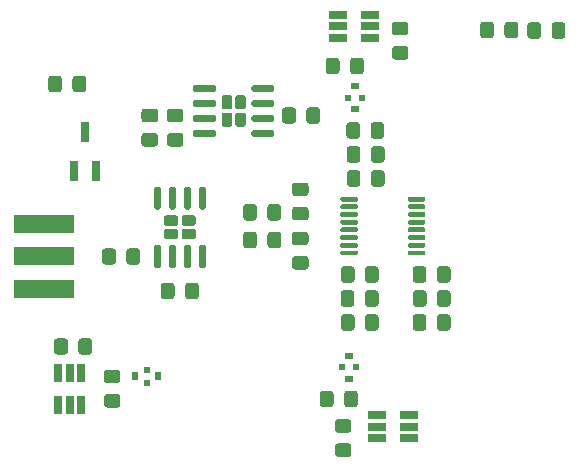
<source format=gbr>
%TF.GenerationSoftware,KiCad,Pcbnew,(5.1.6-0-10_14)*%
%TF.CreationDate,2020-09-18T15:54:44-07:00*%
%TF.ProjectId,AD7766_dev_board,41443737-3636-45f6-9465-765f626f6172,rev?*%
%TF.SameCoordinates,Original*%
%TF.FileFunction,Paste,Top*%
%TF.FilePolarity,Positive*%
%FSLAX46Y46*%
G04 Gerber Fmt 4.6, Leading zero omitted, Abs format (unit mm)*
G04 Created by KiCad (PCBNEW (5.1.6-0-10_14)) date 2020-09-18 15:54:44*
%MOMM*%
%LPD*%
G01*
G04 APERTURE LIST*
%ADD10R,0.800000X1.800000*%
%ADD11R,1.560000X0.650000*%
%ADD12R,0.650000X1.560000*%
%ADD13R,5.080000X1.600000*%
%ADD14R,0.550000X0.600000*%
%ADD15R,0.800000X0.600000*%
%ADD16R,0.600000X0.550000*%
%ADD17R,0.600000X0.800000*%
G04 APERTURE END LIST*
D10*
%TO.C,D2*%
X-13208000Y8890000D03*
X-12258000Y5590000D03*
X-14158000Y5590000D03*
%TD*%
%TO.C,R10*%
G36*
G01*
X26283000Y17036999D02*
X26283000Y17937001D01*
G75*
G02*
X26532999Y18187000I249999J0D01*
G01*
X27183001Y18187000D01*
G75*
G02*
X27433000Y17937001I0J-249999D01*
G01*
X27433000Y17036999D01*
G75*
G02*
X27183001Y16787000I-249999J0D01*
G01*
X26532999Y16787000D01*
G75*
G02*
X26283000Y17036999I0J249999D01*
G01*
G37*
G36*
G01*
X24233000Y17036999D02*
X24233000Y17937001D01*
G75*
G02*
X24482999Y18187000I249999J0D01*
G01*
X25133001Y18187000D01*
G75*
G02*
X25383000Y17937001I0J-249999D01*
G01*
X25383000Y17036999D01*
G75*
G02*
X25133001Y16787000I-249999J0D01*
G01*
X24482999Y16787000D01*
G75*
G02*
X24233000Y17036999I0J249999D01*
G01*
G37*
%TD*%
%TO.C,R9*%
G36*
G01*
X22285000Y17075999D02*
X22285000Y17976001D01*
G75*
G02*
X22534999Y18226000I249999J0D01*
G01*
X23185001Y18226000D01*
G75*
G02*
X23435000Y17976001I0J-249999D01*
G01*
X23435000Y17075999D01*
G75*
G02*
X23185001Y16826000I-249999J0D01*
G01*
X22534999Y16826000D01*
G75*
G02*
X22285000Y17075999I0J249999D01*
G01*
G37*
G36*
G01*
X20235000Y17075999D02*
X20235000Y17976001D01*
G75*
G02*
X20484999Y18226000I249999J0D01*
G01*
X21135001Y18226000D01*
G75*
G02*
X21385000Y17976001I0J-249999D01*
G01*
X21385000Y17075999D01*
G75*
G02*
X21135001Y16826000I-249999J0D01*
G01*
X20484999Y16826000D01*
G75*
G02*
X20235000Y17075999I0J249999D01*
G01*
G37*
%TD*%
%TO.C,U8*%
G36*
G01*
X14121500Y3105000D02*
X14121500Y3305000D01*
G75*
G02*
X14221500Y3405000I100000J0D01*
G01*
X15496500Y3405000D01*
G75*
G02*
X15596500Y3305000I0J-100000D01*
G01*
X15596500Y3105000D01*
G75*
G02*
X15496500Y3005000I-100000J0D01*
G01*
X14221500Y3005000D01*
G75*
G02*
X14121500Y3105000I0J100000D01*
G01*
G37*
G36*
G01*
X14121500Y2455000D02*
X14121500Y2655000D01*
G75*
G02*
X14221500Y2755000I100000J0D01*
G01*
X15496500Y2755000D01*
G75*
G02*
X15596500Y2655000I0J-100000D01*
G01*
X15596500Y2455000D01*
G75*
G02*
X15496500Y2355000I-100000J0D01*
G01*
X14221500Y2355000D01*
G75*
G02*
X14121500Y2455000I0J100000D01*
G01*
G37*
G36*
G01*
X14121500Y1805000D02*
X14121500Y2005000D01*
G75*
G02*
X14221500Y2105000I100000J0D01*
G01*
X15496500Y2105000D01*
G75*
G02*
X15596500Y2005000I0J-100000D01*
G01*
X15596500Y1805000D01*
G75*
G02*
X15496500Y1705000I-100000J0D01*
G01*
X14221500Y1705000D01*
G75*
G02*
X14121500Y1805000I0J100000D01*
G01*
G37*
G36*
G01*
X14121500Y1155000D02*
X14121500Y1355000D01*
G75*
G02*
X14221500Y1455000I100000J0D01*
G01*
X15496500Y1455000D01*
G75*
G02*
X15596500Y1355000I0J-100000D01*
G01*
X15596500Y1155000D01*
G75*
G02*
X15496500Y1055000I-100000J0D01*
G01*
X14221500Y1055000D01*
G75*
G02*
X14121500Y1155000I0J100000D01*
G01*
G37*
G36*
G01*
X14121500Y505000D02*
X14121500Y705000D01*
G75*
G02*
X14221500Y805000I100000J0D01*
G01*
X15496500Y805000D01*
G75*
G02*
X15596500Y705000I0J-100000D01*
G01*
X15596500Y505000D01*
G75*
G02*
X15496500Y405000I-100000J0D01*
G01*
X14221500Y405000D01*
G75*
G02*
X14121500Y505000I0J100000D01*
G01*
G37*
G36*
G01*
X14121500Y-145000D02*
X14121500Y55000D01*
G75*
G02*
X14221500Y155000I100000J0D01*
G01*
X15496500Y155000D01*
G75*
G02*
X15596500Y55000I0J-100000D01*
G01*
X15596500Y-145000D01*
G75*
G02*
X15496500Y-245000I-100000J0D01*
G01*
X14221500Y-245000D01*
G75*
G02*
X14121500Y-145000I0J100000D01*
G01*
G37*
G36*
G01*
X14121500Y-795000D02*
X14121500Y-595000D01*
G75*
G02*
X14221500Y-495000I100000J0D01*
G01*
X15496500Y-495000D01*
G75*
G02*
X15596500Y-595000I0J-100000D01*
G01*
X15596500Y-795000D01*
G75*
G02*
X15496500Y-895000I-100000J0D01*
G01*
X14221500Y-895000D01*
G75*
G02*
X14121500Y-795000I0J100000D01*
G01*
G37*
G36*
G01*
X14121500Y-1445000D02*
X14121500Y-1245000D01*
G75*
G02*
X14221500Y-1145000I100000J0D01*
G01*
X15496500Y-1145000D01*
G75*
G02*
X15596500Y-1245000I0J-100000D01*
G01*
X15596500Y-1445000D01*
G75*
G02*
X15496500Y-1545000I-100000J0D01*
G01*
X14221500Y-1545000D01*
G75*
G02*
X14121500Y-1445000I0J100000D01*
G01*
G37*
G36*
G01*
X8396500Y-1445000D02*
X8396500Y-1245000D01*
G75*
G02*
X8496500Y-1145000I100000J0D01*
G01*
X9771500Y-1145000D01*
G75*
G02*
X9871500Y-1245000I0J-100000D01*
G01*
X9871500Y-1445000D01*
G75*
G02*
X9771500Y-1545000I-100000J0D01*
G01*
X8496500Y-1545000D01*
G75*
G02*
X8396500Y-1445000I0J100000D01*
G01*
G37*
G36*
G01*
X8396500Y-795000D02*
X8396500Y-595000D01*
G75*
G02*
X8496500Y-495000I100000J0D01*
G01*
X9771500Y-495000D01*
G75*
G02*
X9871500Y-595000I0J-100000D01*
G01*
X9871500Y-795000D01*
G75*
G02*
X9771500Y-895000I-100000J0D01*
G01*
X8496500Y-895000D01*
G75*
G02*
X8396500Y-795000I0J100000D01*
G01*
G37*
G36*
G01*
X8396500Y-145000D02*
X8396500Y55000D01*
G75*
G02*
X8496500Y155000I100000J0D01*
G01*
X9771500Y155000D01*
G75*
G02*
X9871500Y55000I0J-100000D01*
G01*
X9871500Y-145000D01*
G75*
G02*
X9771500Y-245000I-100000J0D01*
G01*
X8496500Y-245000D01*
G75*
G02*
X8396500Y-145000I0J100000D01*
G01*
G37*
G36*
G01*
X8396500Y505000D02*
X8396500Y705000D01*
G75*
G02*
X8496500Y805000I100000J0D01*
G01*
X9771500Y805000D01*
G75*
G02*
X9871500Y705000I0J-100000D01*
G01*
X9871500Y505000D01*
G75*
G02*
X9771500Y405000I-100000J0D01*
G01*
X8496500Y405000D01*
G75*
G02*
X8396500Y505000I0J100000D01*
G01*
G37*
G36*
G01*
X8396500Y1155000D02*
X8396500Y1355000D01*
G75*
G02*
X8496500Y1455000I100000J0D01*
G01*
X9771500Y1455000D01*
G75*
G02*
X9871500Y1355000I0J-100000D01*
G01*
X9871500Y1155000D01*
G75*
G02*
X9771500Y1055000I-100000J0D01*
G01*
X8496500Y1055000D01*
G75*
G02*
X8396500Y1155000I0J100000D01*
G01*
G37*
G36*
G01*
X8396500Y1805000D02*
X8396500Y2005000D01*
G75*
G02*
X8496500Y2105000I100000J0D01*
G01*
X9771500Y2105000D01*
G75*
G02*
X9871500Y2005000I0J-100000D01*
G01*
X9871500Y1805000D01*
G75*
G02*
X9771500Y1705000I-100000J0D01*
G01*
X8496500Y1705000D01*
G75*
G02*
X8396500Y1805000I0J100000D01*
G01*
G37*
G36*
G01*
X8396500Y2455000D02*
X8396500Y2655000D01*
G75*
G02*
X8496500Y2755000I100000J0D01*
G01*
X9771500Y2755000D01*
G75*
G02*
X9871500Y2655000I0J-100000D01*
G01*
X9871500Y2455000D01*
G75*
G02*
X9771500Y2355000I-100000J0D01*
G01*
X8496500Y2355000D01*
G75*
G02*
X8396500Y2455000I0J100000D01*
G01*
G37*
G36*
G01*
X8396500Y3105000D02*
X8396500Y3305000D01*
G75*
G02*
X8496500Y3405000I100000J0D01*
G01*
X9771500Y3405000D01*
G75*
G02*
X9871500Y3305000I0J-100000D01*
G01*
X9871500Y3105000D01*
G75*
G02*
X9771500Y3005000I-100000J0D01*
G01*
X8496500Y3005000D01*
G75*
G02*
X8396500Y3105000I0J100000D01*
G01*
G37*
%TD*%
%TO.C,U7*%
G36*
G01*
X-4070000Y935500D02*
X-4820000Y935500D01*
G75*
G02*
X-5050000Y1165500I0J230000D01*
G01*
X-5050000Y1625500D01*
G75*
G02*
X-4820000Y1855500I230000J0D01*
G01*
X-4070000Y1855500D01*
G75*
G02*
X-3840000Y1625500I0J-230000D01*
G01*
X-3840000Y1165500D01*
G75*
G02*
X-4070000Y935500I-230000J0D01*
G01*
G37*
G36*
G01*
X-5570000Y935500D02*
X-6320000Y935500D01*
G75*
G02*
X-6550000Y1165500I0J230000D01*
G01*
X-6550000Y1625500D01*
G75*
G02*
X-6320000Y1855500I230000J0D01*
G01*
X-5570000Y1855500D01*
G75*
G02*
X-5340000Y1625500I0J-230000D01*
G01*
X-5340000Y1165500D01*
G75*
G02*
X-5570000Y935500I-230000J0D01*
G01*
G37*
G36*
G01*
X-4070000Y-204500D02*
X-4820000Y-204500D01*
G75*
G02*
X-5050000Y25500I0J230000D01*
G01*
X-5050000Y485500D01*
G75*
G02*
X-4820000Y715500I230000J0D01*
G01*
X-4070000Y715500D01*
G75*
G02*
X-3840000Y485500I0J-230000D01*
G01*
X-3840000Y25500D01*
G75*
G02*
X-4070000Y-204500I-230000J0D01*
G01*
G37*
G36*
G01*
X-5570000Y-204500D02*
X-6320000Y-204500D01*
G75*
G02*
X-6550000Y25500I0J230000D01*
G01*
X-6550000Y485500D01*
G75*
G02*
X-6320000Y715500I230000J0D01*
G01*
X-5570000Y715500D01*
G75*
G02*
X-5340000Y485500I0J-230000D01*
G01*
X-5340000Y25500D01*
G75*
G02*
X-5570000Y-204500I-230000J0D01*
G01*
G37*
G36*
G01*
X-6950000Y2325500D02*
X-7250000Y2325500D01*
G75*
G02*
X-7400000Y2475500I0J150000D01*
G01*
X-7400000Y4125500D01*
G75*
G02*
X-7250000Y4275500I150000J0D01*
G01*
X-6950000Y4275500D01*
G75*
G02*
X-6800000Y4125500I0J-150000D01*
G01*
X-6800000Y2475500D01*
G75*
G02*
X-6950000Y2325500I-150000J0D01*
G01*
G37*
G36*
G01*
X-5680000Y2325500D02*
X-5980000Y2325500D01*
G75*
G02*
X-6130000Y2475500I0J150000D01*
G01*
X-6130000Y4125500D01*
G75*
G02*
X-5980000Y4275500I150000J0D01*
G01*
X-5680000Y4275500D01*
G75*
G02*
X-5530000Y4125500I0J-150000D01*
G01*
X-5530000Y2475500D01*
G75*
G02*
X-5680000Y2325500I-150000J0D01*
G01*
G37*
G36*
G01*
X-4410000Y2325500D02*
X-4710000Y2325500D01*
G75*
G02*
X-4860000Y2475500I0J150000D01*
G01*
X-4860000Y4125500D01*
G75*
G02*
X-4710000Y4275500I150000J0D01*
G01*
X-4410000Y4275500D01*
G75*
G02*
X-4260000Y4125500I0J-150000D01*
G01*
X-4260000Y2475500D01*
G75*
G02*
X-4410000Y2325500I-150000J0D01*
G01*
G37*
G36*
G01*
X-3140000Y2325500D02*
X-3440000Y2325500D01*
G75*
G02*
X-3590000Y2475500I0J150000D01*
G01*
X-3590000Y4125500D01*
G75*
G02*
X-3440000Y4275500I150000J0D01*
G01*
X-3140000Y4275500D01*
G75*
G02*
X-2990000Y4125500I0J-150000D01*
G01*
X-2990000Y2475500D01*
G75*
G02*
X-3140000Y2325500I-150000J0D01*
G01*
G37*
G36*
G01*
X-3140000Y-2624500D02*
X-3440000Y-2624500D01*
G75*
G02*
X-3590000Y-2474500I0J150000D01*
G01*
X-3590000Y-824500D01*
G75*
G02*
X-3440000Y-674500I150000J0D01*
G01*
X-3140000Y-674500D01*
G75*
G02*
X-2990000Y-824500I0J-150000D01*
G01*
X-2990000Y-2474500D01*
G75*
G02*
X-3140000Y-2624500I-150000J0D01*
G01*
G37*
G36*
G01*
X-4410000Y-2624500D02*
X-4710000Y-2624500D01*
G75*
G02*
X-4860000Y-2474500I0J150000D01*
G01*
X-4860000Y-824500D01*
G75*
G02*
X-4710000Y-674500I150000J0D01*
G01*
X-4410000Y-674500D01*
G75*
G02*
X-4260000Y-824500I0J-150000D01*
G01*
X-4260000Y-2474500D01*
G75*
G02*
X-4410000Y-2624500I-150000J0D01*
G01*
G37*
G36*
G01*
X-5680000Y-2624500D02*
X-5980000Y-2624500D01*
G75*
G02*
X-6130000Y-2474500I0J150000D01*
G01*
X-6130000Y-824500D01*
G75*
G02*
X-5980000Y-674500I150000J0D01*
G01*
X-5680000Y-674500D01*
G75*
G02*
X-5530000Y-824500I0J-150000D01*
G01*
X-5530000Y-2474500D01*
G75*
G02*
X-5680000Y-2624500I-150000J0D01*
G01*
G37*
G36*
G01*
X-6950000Y-2624500D02*
X-7250000Y-2624500D01*
G75*
G02*
X-7400000Y-2474500I0J150000D01*
G01*
X-7400000Y-824500D01*
G75*
G02*
X-7250000Y-674500I150000J0D01*
G01*
X-6950000Y-674500D01*
G75*
G02*
X-6800000Y-824500I0J-150000D01*
G01*
X-6800000Y-2474500D01*
G75*
G02*
X-6950000Y-2624500I-150000J0D01*
G01*
G37*
%TD*%
D11*
%TO.C,U6*%
X14224000Y-16063000D03*
X14224000Y-15113000D03*
X14224000Y-17013000D03*
X11524000Y-17013000D03*
X11524000Y-16063000D03*
X11524000Y-15113000D03*
%TD*%
%TO.C,U5*%
X8175000Y17827000D03*
X8175000Y16877000D03*
X8175000Y18777000D03*
X10875000Y18777000D03*
X10875000Y17827000D03*
X10875000Y16877000D03*
%TD*%
D12*
%TO.C,U4*%
X-14539000Y-14257000D03*
X-13589000Y-14257000D03*
X-15489000Y-14257000D03*
X-15489000Y-11557000D03*
X-14539000Y-11557000D03*
X-13589000Y-11557000D03*
%TD*%
%TO.C,U3*%
G36*
G01*
X-525000Y9543000D02*
X-525000Y10293000D01*
G75*
G02*
X-295000Y10523000I230000J0D01*
G01*
X165000Y10523000D01*
G75*
G02*
X395000Y10293000I0J-230000D01*
G01*
X395000Y9543000D01*
G75*
G02*
X165000Y9313000I-230000J0D01*
G01*
X-295000Y9313000D01*
G75*
G02*
X-525000Y9543000I0J230000D01*
G01*
G37*
G36*
G01*
X-525000Y11043000D02*
X-525000Y11793000D01*
G75*
G02*
X-295000Y12023000I230000J0D01*
G01*
X165000Y12023000D01*
G75*
G02*
X395000Y11793000I0J-230000D01*
G01*
X395000Y11043000D01*
G75*
G02*
X165000Y10813000I-230000J0D01*
G01*
X-295000Y10813000D01*
G75*
G02*
X-525000Y11043000I0J230000D01*
G01*
G37*
G36*
G01*
X-1665000Y9543000D02*
X-1665000Y10293000D01*
G75*
G02*
X-1435000Y10523000I230000J0D01*
G01*
X-975000Y10523000D01*
G75*
G02*
X-745000Y10293000I0J-230000D01*
G01*
X-745000Y9543000D01*
G75*
G02*
X-975000Y9313000I-230000J0D01*
G01*
X-1435000Y9313000D01*
G75*
G02*
X-1665000Y9543000I0J230000D01*
G01*
G37*
G36*
G01*
X-1665000Y11043000D02*
X-1665000Y11793000D01*
G75*
G02*
X-1435000Y12023000I230000J0D01*
G01*
X-975000Y12023000D01*
G75*
G02*
X-745000Y11793000I0J-230000D01*
G01*
X-745000Y11043000D01*
G75*
G02*
X-975000Y10813000I-230000J0D01*
G01*
X-1435000Y10813000D01*
G75*
G02*
X-1665000Y11043000I0J230000D01*
G01*
G37*
G36*
G01*
X865000Y12423000D02*
X865000Y12723000D01*
G75*
G02*
X1015000Y12873000I150000J0D01*
G01*
X2665000Y12873000D01*
G75*
G02*
X2815000Y12723000I0J-150000D01*
G01*
X2815000Y12423000D01*
G75*
G02*
X2665000Y12273000I-150000J0D01*
G01*
X1015000Y12273000D01*
G75*
G02*
X865000Y12423000I0J150000D01*
G01*
G37*
G36*
G01*
X865000Y11153000D02*
X865000Y11453000D01*
G75*
G02*
X1015000Y11603000I150000J0D01*
G01*
X2665000Y11603000D01*
G75*
G02*
X2815000Y11453000I0J-150000D01*
G01*
X2815000Y11153000D01*
G75*
G02*
X2665000Y11003000I-150000J0D01*
G01*
X1015000Y11003000D01*
G75*
G02*
X865000Y11153000I0J150000D01*
G01*
G37*
G36*
G01*
X865000Y9883000D02*
X865000Y10183000D01*
G75*
G02*
X1015000Y10333000I150000J0D01*
G01*
X2665000Y10333000D01*
G75*
G02*
X2815000Y10183000I0J-150000D01*
G01*
X2815000Y9883000D01*
G75*
G02*
X2665000Y9733000I-150000J0D01*
G01*
X1015000Y9733000D01*
G75*
G02*
X865000Y9883000I0J150000D01*
G01*
G37*
G36*
G01*
X865000Y8613000D02*
X865000Y8913000D01*
G75*
G02*
X1015000Y9063000I150000J0D01*
G01*
X2665000Y9063000D01*
G75*
G02*
X2815000Y8913000I0J-150000D01*
G01*
X2815000Y8613000D01*
G75*
G02*
X2665000Y8463000I-150000J0D01*
G01*
X1015000Y8463000D01*
G75*
G02*
X865000Y8613000I0J150000D01*
G01*
G37*
G36*
G01*
X-4085000Y8613000D02*
X-4085000Y8913000D01*
G75*
G02*
X-3935000Y9063000I150000J0D01*
G01*
X-2285000Y9063000D01*
G75*
G02*
X-2135000Y8913000I0J-150000D01*
G01*
X-2135000Y8613000D01*
G75*
G02*
X-2285000Y8463000I-150000J0D01*
G01*
X-3935000Y8463000D01*
G75*
G02*
X-4085000Y8613000I0J150000D01*
G01*
G37*
G36*
G01*
X-4085000Y9883000D02*
X-4085000Y10183000D01*
G75*
G02*
X-3935000Y10333000I150000J0D01*
G01*
X-2285000Y10333000D01*
G75*
G02*
X-2135000Y10183000I0J-150000D01*
G01*
X-2135000Y9883000D01*
G75*
G02*
X-2285000Y9733000I-150000J0D01*
G01*
X-3935000Y9733000D01*
G75*
G02*
X-4085000Y9883000I0J150000D01*
G01*
G37*
G36*
G01*
X-4085000Y11153000D02*
X-4085000Y11453000D01*
G75*
G02*
X-3935000Y11603000I150000J0D01*
G01*
X-2285000Y11603000D01*
G75*
G02*
X-2135000Y11453000I0J-150000D01*
G01*
X-2135000Y11153000D01*
G75*
G02*
X-2285000Y11003000I-150000J0D01*
G01*
X-3935000Y11003000D01*
G75*
G02*
X-4085000Y11153000I0J150000D01*
G01*
G37*
G36*
G01*
X-4085000Y12423000D02*
X-4085000Y12723000D01*
G75*
G02*
X-3935000Y12873000I150000J0D01*
G01*
X-2285000Y12873000D01*
G75*
G02*
X-2135000Y12723000I0J-150000D01*
G01*
X-2135000Y12423000D01*
G75*
G02*
X-2285000Y12273000I-150000J0D01*
G01*
X-3935000Y12273000D01*
G75*
G02*
X-4085000Y12423000I0J150000D01*
G01*
G37*
%TD*%
%TO.C,R8*%
G36*
G01*
X1319000Y196001D02*
X1319000Y-704001D01*
G75*
G02*
X1069001Y-954000I-249999J0D01*
G01*
X418999Y-954000D01*
G75*
G02*
X169000Y-704001I0J249999D01*
G01*
X169000Y196001D01*
G75*
G02*
X418999Y446000I249999J0D01*
G01*
X1069001Y446000D01*
G75*
G02*
X1319000Y196001I0J-249999D01*
G01*
G37*
G36*
G01*
X3369000Y196001D02*
X3369000Y-704001D01*
G75*
G02*
X3119001Y-954000I-249999J0D01*
G01*
X2468999Y-954000D01*
G75*
G02*
X2219000Y-704001I0J249999D01*
G01*
X2219000Y196001D01*
G75*
G02*
X2468999Y446000I249999J0D01*
G01*
X3119001Y446000D01*
G75*
G02*
X3369000Y196001I0J-249999D01*
G01*
G37*
%TD*%
%TO.C,R7*%
G36*
G01*
X1319000Y2545501D02*
X1319000Y1645499D01*
G75*
G02*
X1069001Y1395500I-249999J0D01*
G01*
X418999Y1395500D01*
G75*
G02*
X169000Y1645499I0J249999D01*
G01*
X169000Y2545501D01*
G75*
G02*
X418999Y2795500I249999J0D01*
G01*
X1069001Y2795500D01*
G75*
G02*
X1319000Y2545501I0J-249999D01*
G01*
G37*
G36*
G01*
X3369000Y2545501D02*
X3369000Y1645499D01*
G75*
G02*
X3119001Y1395500I-249999J0D01*
G01*
X2468999Y1395500D01*
G75*
G02*
X2219000Y1645499I0J249999D01*
G01*
X2219000Y2545501D01*
G75*
G02*
X2468999Y2795500I249999J0D01*
G01*
X3119001Y2795500D01*
G75*
G02*
X3369000Y2545501I0J-249999D01*
G01*
G37*
%TD*%
%TO.C,R6*%
G36*
G01*
X-5648000Y-4121999D02*
X-5648000Y-5022001D01*
G75*
G02*
X-5897999Y-5272000I-249999J0D01*
G01*
X-6548001Y-5272000D01*
G75*
G02*
X-6798000Y-5022001I0J249999D01*
G01*
X-6798000Y-4121999D01*
G75*
G02*
X-6548001Y-3872000I249999J0D01*
G01*
X-5897999Y-3872000D01*
G75*
G02*
X-5648000Y-4121999I0J-249999D01*
G01*
G37*
G36*
G01*
X-3598000Y-4121999D02*
X-3598000Y-5022001D01*
G75*
G02*
X-3847999Y-5272000I-249999J0D01*
G01*
X-4498001Y-5272000D01*
G75*
G02*
X-4748000Y-5022001I0J249999D01*
G01*
X-4748000Y-4121999D01*
G75*
G02*
X-4498001Y-3872000I249999J0D01*
G01*
X-3847999Y-3872000D01*
G75*
G02*
X-3598000Y-4121999I0J-249999D01*
G01*
G37*
%TD*%
%TO.C,R3*%
G36*
G01*
X-10619000Y-1200999D02*
X-10619000Y-2101001D01*
G75*
G02*
X-10868999Y-2351000I-249999J0D01*
G01*
X-11519001Y-2351000D01*
G75*
G02*
X-11769000Y-2101001I0J249999D01*
G01*
X-11769000Y-1200999D01*
G75*
G02*
X-11519001Y-951000I249999J0D01*
G01*
X-10868999Y-951000D01*
G75*
G02*
X-10619000Y-1200999I0J-249999D01*
G01*
G37*
G36*
G01*
X-8569000Y-1200999D02*
X-8569000Y-2101001D01*
G75*
G02*
X-8818999Y-2351000I-249999J0D01*
G01*
X-9469001Y-2351000D01*
G75*
G02*
X-9719000Y-2101001I0J249999D01*
G01*
X-9719000Y-1200999D01*
G75*
G02*
X-9469001Y-951000I249999J0D01*
G01*
X-8818999Y-951000D01*
G75*
G02*
X-8569000Y-1200999I0J-249999D01*
G01*
G37*
%TD*%
D13*
%TO.C,J1*%
X-16706000Y-4421000D03*
X-16706000Y1119000D03*
X-16706000Y-1651000D03*
%TD*%
D14*
%TO.C,FL3*%
X9719000Y-11049000D03*
X8569000Y-11049000D03*
D15*
X9144000Y-10065000D03*
X9144000Y-12065000D03*
%TD*%
D14*
%TO.C,FL2*%
X9077000Y11779000D03*
X10227000Y11779000D03*
D15*
X9652000Y10795000D03*
X9652000Y12795000D03*
%TD*%
D16*
%TO.C,FL1*%
X-8001000Y-12386000D03*
X-8001000Y-11236000D03*
D17*
X-7017000Y-11811000D03*
X-9017000Y-11811000D03*
%TD*%
%TO.C,D1*%
G36*
G01*
X-14291000Y12503999D02*
X-14291000Y13404001D01*
G75*
G02*
X-14041001Y13654000I249999J0D01*
G01*
X-13390999Y13654000D01*
G75*
G02*
X-13141000Y13404001I0J-249999D01*
G01*
X-13141000Y12503999D01*
G75*
G02*
X-13390999Y12254000I-249999J0D01*
G01*
X-14041001Y12254000D01*
G75*
G02*
X-14291000Y12503999I0J249999D01*
G01*
G37*
G36*
G01*
X-16341000Y12503999D02*
X-16341000Y13404001D01*
G75*
G02*
X-16091001Y13654000I249999J0D01*
G01*
X-15440999Y13654000D01*
G75*
G02*
X-15191000Y13404001I0J-249999D01*
G01*
X-15191000Y12503999D01*
G75*
G02*
X-15440999Y12254000I-249999J0D01*
G01*
X-16091001Y12254000D01*
G75*
G02*
X-16341000Y12503999I0J249999D01*
G01*
G37*
%TD*%
%TO.C,CD9*%
G36*
G01*
X16570000Y-3625001D02*
X16570000Y-2724999D01*
G75*
G02*
X16819999Y-2475000I249999J0D01*
G01*
X17470001Y-2475000D01*
G75*
G02*
X17720000Y-2724999I0J-249999D01*
G01*
X17720000Y-3625001D01*
G75*
G02*
X17470001Y-3875000I-249999J0D01*
G01*
X16819999Y-3875000D01*
G75*
G02*
X16570000Y-3625001I0J249999D01*
G01*
G37*
G36*
G01*
X14520000Y-3625001D02*
X14520000Y-2724999D01*
G75*
G02*
X14769999Y-2475000I249999J0D01*
G01*
X15420001Y-2475000D01*
G75*
G02*
X15670000Y-2724999I0J-249999D01*
G01*
X15670000Y-3625001D01*
G75*
G02*
X15420001Y-3875000I-249999J0D01*
G01*
X14769999Y-3875000D01*
G75*
G02*
X14520000Y-3625001I0J249999D01*
G01*
G37*
%TD*%
%TO.C,CD8*%
G36*
G01*
X16588000Y-5657001D02*
X16588000Y-4756999D01*
G75*
G02*
X16837999Y-4507000I249999J0D01*
G01*
X17488001Y-4507000D01*
G75*
G02*
X17738000Y-4756999I0J-249999D01*
G01*
X17738000Y-5657001D01*
G75*
G02*
X17488001Y-5907000I-249999J0D01*
G01*
X16837999Y-5907000D01*
G75*
G02*
X16588000Y-5657001I0J249999D01*
G01*
G37*
G36*
G01*
X14538000Y-5657001D02*
X14538000Y-4756999D01*
G75*
G02*
X14787999Y-4507000I249999J0D01*
G01*
X15438001Y-4507000D01*
G75*
G02*
X15688000Y-4756999I0J-249999D01*
G01*
X15688000Y-5657001D01*
G75*
G02*
X15438001Y-5907000I-249999J0D01*
G01*
X14787999Y-5907000D01*
G75*
G02*
X14538000Y-5657001I0J249999D01*
G01*
G37*
%TD*%
%TO.C,CD7*%
G36*
G01*
X10947000Y8566999D02*
X10947000Y9467001D01*
G75*
G02*
X11196999Y9717000I249999J0D01*
G01*
X11847001Y9717000D01*
G75*
G02*
X12097000Y9467001I0J-249999D01*
G01*
X12097000Y8566999D01*
G75*
G02*
X11847001Y8317000I-249999J0D01*
G01*
X11196999Y8317000D01*
G75*
G02*
X10947000Y8566999I0J249999D01*
G01*
G37*
G36*
G01*
X8897000Y8566999D02*
X8897000Y9467001D01*
G75*
G02*
X9146999Y9717000I249999J0D01*
G01*
X9797001Y9717000D01*
G75*
G02*
X10047000Y9467001I0J-249999D01*
G01*
X10047000Y8566999D01*
G75*
G02*
X9797001Y8317000I-249999J0D01*
G01*
X9146999Y8317000D01*
G75*
G02*
X8897000Y8566999I0J249999D01*
G01*
G37*
%TD*%
%TO.C,CD6*%
G36*
G01*
X16570000Y-7689001D02*
X16570000Y-6788999D01*
G75*
G02*
X16819999Y-6539000I249999J0D01*
G01*
X17470001Y-6539000D01*
G75*
G02*
X17720000Y-6788999I0J-249999D01*
G01*
X17720000Y-7689001D01*
G75*
G02*
X17470001Y-7939000I-249999J0D01*
G01*
X16819999Y-7939000D01*
G75*
G02*
X16570000Y-7689001I0J249999D01*
G01*
G37*
G36*
G01*
X14520000Y-7689001D02*
X14520000Y-6788999D01*
G75*
G02*
X14769999Y-6539000I249999J0D01*
G01*
X15420001Y-6539000D01*
G75*
G02*
X15670000Y-6788999I0J-249999D01*
G01*
X15670000Y-7689001D01*
G75*
G02*
X15420001Y-7939000I-249999J0D01*
G01*
X14769999Y-7939000D01*
G75*
G02*
X14520000Y-7689001I0J249999D01*
G01*
G37*
%TD*%
%TO.C,CD5*%
G36*
G01*
X10982000Y6534999D02*
X10982000Y7435001D01*
G75*
G02*
X11231999Y7685000I249999J0D01*
G01*
X11882001Y7685000D01*
G75*
G02*
X12132000Y7435001I0J-249999D01*
G01*
X12132000Y6534999D01*
G75*
G02*
X11882001Y6285000I-249999J0D01*
G01*
X11231999Y6285000D01*
G75*
G02*
X10982000Y6534999I0J249999D01*
G01*
G37*
G36*
G01*
X8932000Y6534999D02*
X8932000Y7435001D01*
G75*
G02*
X9181999Y7685000I249999J0D01*
G01*
X9832001Y7685000D01*
G75*
G02*
X10082000Y7435001I0J-249999D01*
G01*
X10082000Y6534999D01*
G75*
G02*
X9832001Y6285000I-249999J0D01*
G01*
X9181999Y6285000D01*
G75*
G02*
X8932000Y6534999I0J249999D01*
G01*
G37*
%TD*%
%TO.C,CD4*%
G36*
G01*
X10991000Y4502999D02*
X10991000Y5403001D01*
G75*
G02*
X11240999Y5653000I249999J0D01*
G01*
X11891001Y5653000D01*
G75*
G02*
X12141000Y5403001I0J-249999D01*
G01*
X12141000Y4502999D01*
G75*
G02*
X11891001Y4253000I-249999J0D01*
G01*
X11240999Y4253000D01*
G75*
G02*
X10991000Y4502999I0J249999D01*
G01*
G37*
G36*
G01*
X8941000Y4502999D02*
X8941000Y5403001D01*
G75*
G02*
X9190999Y5653000I249999J0D01*
G01*
X9841001Y5653000D01*
G75*
G02*
X10091000Y5403001I0J-249999D01*
G01*
X10091000Y4502999D01*
G75*
G02*
X9841001Y4253000I-249999J0D01*
G01*
X9190999Y4253000D01*
G75*
G02*
X8941000Y4502999I0J249999D01*
G01*
G37*
%TD*%
%TO.C,CD3*%
G36*
G01*
X10492000Y-3625001D02*
X10492000Y-2724999D01*
G75*
G02*
X10741999Y-2475000I249999J0D01*
G01*
X11392001Y-2475000D01*
G75*
G02*
X11642000Y-2724999I0J-249999D01*
G01*
X11642000Y-3625001D01*
G75*
G02*
X11392001Y-3875000I-249999J0D01*
G01*
X10741999Y-3875000D01*
G75*
G02*
X10492000Y-3625001I0J249999D01*
G01*
G37*
G36*
G01*
X8442000Y-3625001D02*
X8442000Y-2724999D01*
G75*
G02*
X8691999Y-2475000I249999J0D01*
G01*
X9342001Y-2475000D01*
G75*
G02*
X9592000Y-2724999I0J-249999D01*
G01*
X9592000Y-3625001D01*
G75*
G02*
X9342001Y-3875000I-249999J0D01*
G01*
X8691999Y-3875000D01*
G75*
G02*
X8442000Y-3625001I0J249999D01*
G01*
G37*
%TD*%
%TO.C,CD2*%
G36*
G01*
X10474000Y-5657001D02*
X10474000Y-4756999D01*
G75*
G02*
X10723999Y-4507000I249999J0D01*
G01*
X11374001Y-4507000D01*
G75*
G02*
X11624000Y-4756999I0J-249999D01*
G01*
X11624000Y-5657001D01*
G75*
G02*
X11374001Y-5907000I-249999J0D01*
G01*
X10723999Y-5907000D01*
G75*
G02*
X10474000Y-5657001I0J249999D01*
G01*
G37*
G36*
G01*
X8424000Y-5657001D02*
X8424000Y-4756999D01*
G75*
G02*
X8673999Y-4507000I249999J0D01*
G01*
X9324001Y-4507000D01*
G75*
G02*
X9574000Y-4756999I0J-249999D01*
G01*
X9574000Y-5657001D01*
G75*
G02*
X9324001Y-5907000I-249999J0D01*
G01*
X8673999Y-5907000D01*
G75*
G02*
X8424000Y-5657001I0J249999D01*
G01*
G37*
%TD*%
%TO.C,CD1*%
G36*
G01*
X10492000Y-7689001D02*
X10492000Y-6788999D01*
G75*
G02*
X10741999Y-6539000I249999J0D01*
G01*
X11392001Y-6539000D01*
G75*
G02*
X11642000Y-6788999I0J-249999D01*
G01*
X11642000Y-7689001D01*
G75*
G02*
X11392001Y-7939000I-249999J0D01*
G01*
X10741999Y-7939000D01*
G75*
G02*
X10492000Y-7689001I0J249999D01*
G01*
G37*
G36*
G01*
X8442000Y-7689001D02*
X8442000Y-6788999D01*
G75*
G02*
X8691999Y-6539000I249999J0D01*
G01*
X9342001Y-6539000D01*
G75*
G02*
X9592000Y-6788999I0J-249999D01*
G01*
X9592000Y-7689001D01*
G75*
G02*
X9342001Y-7939000I-249999J0D01*
G01*
X8691999Y-7939000D01*
G75*
G02*
X8442000Y-7689001I0J249999D01*
G01*
G37*
%TD*%
%TO.C,C12*%
G36*
G01*
X4549999Y-1602000D02*
X5450001Y-1602000D01*
G75*
G02*
X5700000Y-1851999I0J-249999D01*
G01*
X5700000Y-2502001D01*
G75*
G02*
X5450001Y-2752000I-249999J0D01*
G01*
X4549999Y-2752000D01*
G75*
G02*
X4300000Y-2502001I0J249999D01*
G01*
X4300000Y-1851999D01*
G75*
G02*
X4549999Y-1602000I249999J0D01*
G01*
G37*
G36*
G01*
X4549999Y448000D02*
X5450001Y448000D01*
G75*
G02*
X5700000Y198001I0J-249999D01*
G01*
X5700000Y-452001D01*
G75*
G02*
X5450001Y-702000I-249999J0D01*
G01*
X4549999Y-702000D01*
G75*
G02*
X4300000Y-452001I0J249999D01*
G01*
X4300000Y198001D01*
G75*
G02*
X4549999Y448000I249999J0D01*
G01*
G37*
%TD*%
%TO.C,C11*%
G36*
G01*
X4549999Y2550000D02*
X5450001Y2550000D01*
G75*
G02*
X5700000Y2300001I0J-249999D01*
G01*
X5700000Y1649999D01*
G75*
G02*
X5450001Y1400000I-249999J0D01*
G01*
X4549999Y1400000D01*
G75*
G02*
X4300000Y1649999I0J249999D01*
G01*
X4300000Y2300001D01*
G75*
G02*
X4549999Y2550000I249999J0D01*
G01*
G37*
G36*
G01*
X4549999Y4600000D02*
X5450001Y4600000D01*
G75*
G02*
X5700000Y4350001I0J-249999D01*
G01*
X5700000Y3699999D01*
G75*
G02*
X5450001Y3450000I-249999J0D01*
G01*
X4549999Y3450000D01*
G75*
G02*
X4300000Y3699999I0J249999D01*
G01*
X4300000Y4350001D01*
G75*
G02*
X4549999Y4600000I249999J0D01*
G01*
G37*
%TD*%
%TO.C,C9*%
G36*
G01*
X7814000Y-13265999D02*
X7814000Y-14166001D01*
G75*
G02*
X7564001Y-14416000I-249999J0D01*
G01*
X6913999Y-14416000D01*
G75*
G02*
X6664000Y-14166001I0J249999D01*
G01*
X6664000Y-13265999D01*
G75*
G02*
X6913999Y-13016000I249999J0D01*
G01*
X7564001Y-13016000D01*
G75*
G02*
X7814000Y-13265999I0J-249999D01*
G01*
G37*
G36*
G01*
X9864000Y-13265999D02*
X9864000Y-14166001D01*
G75*
G02*
X9614001Y-14416000I-249999J0D01*
G01*
X8963999Y-14416000D01*
G75*
G02*
X8714000Y-14166001I0J249999D01*
G01*
X8714000Y-13265999D01*
G75*
G02*
X8963999Y-13016000I249999J0D01*
G01*
X9614001Y-13016000D01*
G75*
G02*
X9864000Y-13265999I0J-249999D01*
G01*
G37*
%TD*%
%TO.C,C8*%
G36*
G01*
X8322000Y14928001D02*
X8322000Y14027999D01*
G75*
G02*
X8072001Y13778000I-249999J0D01*
G01*
X7421999Y13778000D01*
G75*
G02*
X7172000Y14027999I0J249999D01*
G01*
X7172000Y14928001D01*
G75*
G02*
X7421999Y15178000I249999J0D01*
G01*
X8072001Y15178000D01*
G75*
G02*
X8322000Y14928001I0J-249999D01*
G01*
G37*
G36*
G01*
X10372000Y14928001D02*
X10372000Y14027999D01*
G75*
G02*
X10122001Y13778000I-249999J0D01*
G01*
X9471999Y13778000D01*
G75*
G02*
X9222000Y14027999I0J249999D01*
G01*
X9222000Y14928001D01*
G75*
G02*
X9471999Y15178000I249999J0D01*
G01*
X10122001Y15178000D01*
G75*
G02*
X10372000Y14928001I0J-249999D01*
G01*
G37*
%TD*%
%TO.C,C7*%
G36*
G01*
X-11372001Y-13286000D02*
X-10471999Y-13286000D01*
G75*
G02*
X-10222000Y-13535999I0J-249999D01*
G01*
X-10222000Y-14186001D01*
G75*
G02*
X-10471999Y-14436000I-249999J0D01*
G01*
X-11372001Y-14436000D01*
G75*
G02*
X-11622000Y-14186001I0J249999D01*
G01*
X-11622000Y-13535999D01*
G75*
G02*
X-11372001Y-13286000I249999J0D01*
G01*
G37*
G36*
G01*
X-11372001Y-11236000D02*
X-10471999Y-11236000D01*
G75*
G02*
X-10222000Y-11485999I0J-249999D01*
G01*
X-10222000Y-12136001D01*
G75*
G02*
X-10471999Y-12386000I-249999J0D01*
G01*
X-11372001Y-12386000D01*
G75*
G02*
X-11622000Y-12136001I0J249999D01*
G01*
X-11622000Y-11485999D01*
G75*
G02*
X-11372001Y-11236000I249999J0D01*
G01*
G37*
%TD*%
%TO.C,C6*%
G36*
G01*
X5521000Y9836999D02*
X5521000Y10737001D01*
G75*
G02*
X5770999Y10987000I249999J0D01*
G01*
X6421001Y10987000D01*
G75*
G02*
X6671000Y10737001I0J-249999D01*
G01*
X6671000Y9836999D01*
G75*
G02*
X6421001Y9587000I-249999J0D01*
G01*
X5770999Y9587000D01*
G75*
G02*
X5521000Y9836999I0J249999D01*
G01*
G37*
G36*
G01*
X3471000Y9836999D02*
X3471000Y10737001D01*
G75*
G02*
X3720999Y10987000I249999J0D01*
G01*
X4371001Y10987000D01*
G75*
G02*
X4621000Y10737001I0J-249999D01*
G01*
X4621000Y9836999D01*
G75*
G02*
X4371001Y9587000I-249999J0D01*
G01*
X3720999Y9587000D01*
G75*
G02*
X3471000Y9836999I0J249999D01*
G01*
G37*
%TD*%
%TO.C,C5*%
G36*
G01*
X8185999Y-17477000D02*
X9086001Y-17477000D01*
G75*
G02*
X9336000Y-17726999I0J-249999D01*
G01*
X9336000Y-18377001D01*
G75*
G02*
X9086001Y-18627000I-249999J0D01*
G01*
X8185999Y-18627000D01*
G75*
G02*
X7936000Y-18377001I0J249999D01*
G01*
X7936000Y-17726999D01*
G75*
G02*
X8185999Y-17477000I249999J0D01*
G01*
G37*
G36*
G01*
X8185999Y-15427000D02*
X9086001Y-15427000D01*
G75*
G02*
X9336000Y-15676999I0J-249999D01*
G01*
X9336000Y-16327001D01*
G75*
G02*
X9086001Y-16577000I-249999J0D01*
G01*
X8185999Y-16577000D01*
G75*
G02*
X7936000Y-16327001I0J249999D01*
G01*
X7936000Y-15676999D01*
G75*
G02*
X8185999Y-15427000I249999J0D01*
G01*
G37*
%TD*%
%TO.C,C4*%
G36*
G01*
X13011999Y16178000D02*
X13912001Y16178000D01*
G75*
G02*
X14162000Y15928001I0J-249999D01*
G01*
X14162000Y15277999D01*
G75*
G02*
X13912001Y15028000I-249999J0D01*
G01*
X13011999Y15028000D01*
G75*
G02*
X12762000Y15277999I0J249999D01*
G01*
X12762000Y15928001D01*
G75*
G02*
X13011999Y16178000I249999J0D01*
G01*
G37*
G36*
G01*
X13011999Y18228000D02*
X13912001Y18228000D01*
G75*
G02*
X14162000Y17978001I0J-249999D01*
G01*
X14162000Y17327999D01*
G75*
G02*
X13912001Y17078000I-249999J0D01*
G01*
X13011999Y17078000D01*
G75*
G02*
X12762000Y17327999I0J249999D01*
G01*
X12762000Y17978001D01*
G75*
G02*
X13011999Y18228000I249999J0D01*
G01*
G37*
%TD*%
%TO.C,C3*%
G36*
G01*
X-6038001Y8812000D02*
X-5137999Y8812000D01*
G75*
G02*
X-4888000Y8562001I0J-249999D01*
G01*
X-4888000Y7911999D01*
G75*
G02*
X-5137999Y7662000I-249999J0D01*
G01*
X-6038001Y7662000D01*
G75*
G02*
X-6288000Y7911999I0J249999D01*
G01*
X-6288000Y8562001D01*
G75*
G02*
X-6038001Y8812000I249999J0D01*
G01*
G37*
G36*
G01*
X-6038001Y10862000D02*
X-5137999Y10862000D01*
G75*
G02*
X-4888000Y10612001I0J-249999D01*
G01*
X-4888000Y9961999D01*
G75*
G02*
X-5137999Y9712000I-249999J0D01*
G01*
X-6038001Y9712000D01*
G75*
G02*
X-6288000Y9961999I0J249999D01*
G01*
X-6288000Y10612001D01*
G75*
G02*
X-6038001Y10862000I249999J0D01*
G01*
G37*
%TD*%
%TO.C,C2*%
G36*
G01*
X-13783000Y-9721001D02*
X-13783000Y-8820999D01*
G75*
G02*
X-13533001Y-8571000I249999J0D01*
G01*
X-12882999Y-8571000D01*
G75*
G02*
X-12633000Y-8820999I0J-249999D01*
G01*
X-12633000Y-9721001D01*
G75*
G02*
X-12882999Y-9971000I-249999J0D01*
G01*
X-13533001Y-9971000D01*
G75*
G02*
X-13783000Y-9721001I0J249999D01*
G01*
G37*
G36*
G01*
X-15833000Y-9721001D02*
X-15833000Y-8820999D01*
G75*
G02*
X-15583001Y-8571000I249999J0D01*
G01*
X-14932999Y-8571000D01*
G75*
G02*
X-14683000Y-8820999I0J-249999D01*
G01*
X-14683000Y-9721001D01*
G75*
G02*
X-14932999Y-9971000I-249999J0D01*
G01*
X-15583001Y-9971000D01*
G75*
G02*
X-15833000Y-9721001I0J249999D01*
G01*
G37*
%TD*%
%TO.C,C1*%
G36*
G01*
X-8197001Y8812000D02*
X-7296999Y8812000D01*
G75*
G02*
X-7047000Y8562001I0J-249999D01*
G01*
X-7047000Y7911999D01*
G75*
G02*
X-7296999Y7662000I-249999J0D01*
G01*
X-8197001Y7662000D01*
G75*
G02*
X-8447000Y7911999I0J249999D01*
G01*
X-8447000Y8562001D01*
G75*
G02*
X-8197001Y8812000I249999J0D01*
G01*
G37*
G36*
G01*
X-8197001Y10862000D02*
X-7296999Y10862000D01*
G75*
G02*
X-7047000Y10612001I0J-249999D01*
G01*
X-7047000Y9961999D01*
G75*
G02*
X-7296999Y9712000I-249999J0D01*
G01*
X-8197001Y9712000D01*
G75*
G02*
X-8447000Y9961999I0J249999D01*
G01*
X-8447000Y10612001D01*
G75*
G02*
X-8197001Y10862000I249999J0D01*
G01*
G37*
%TD*%
M02*

</source>
